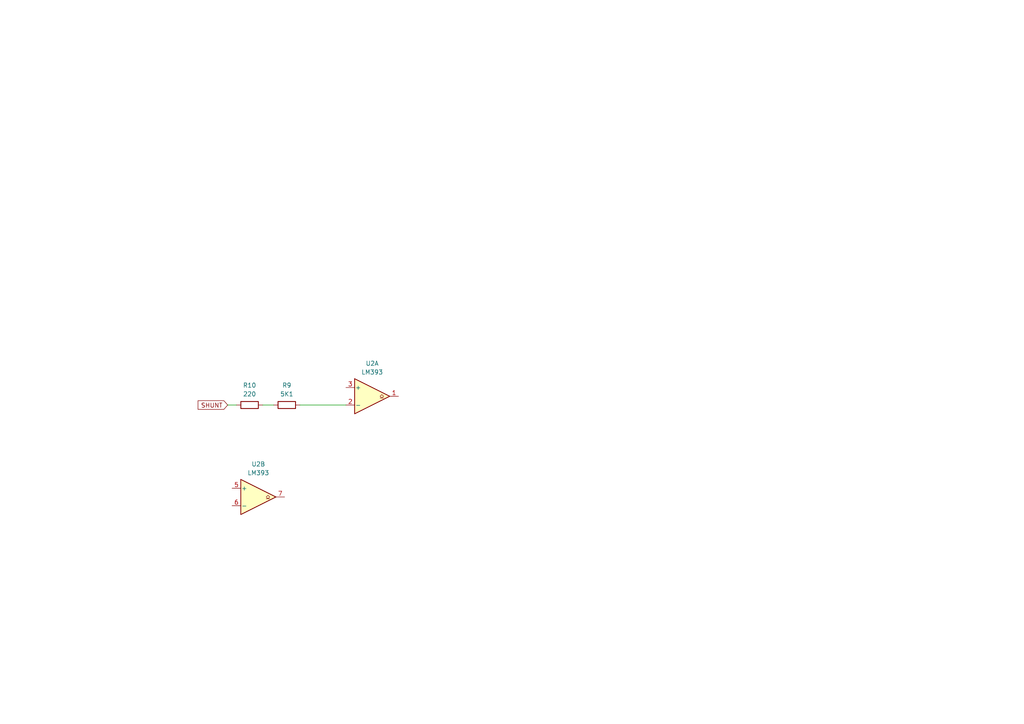
<source format=kicad_sch>
(kicad_sch (version 20250114) (generator "eeschema") (generator_version "9.0")
  (paper "A4")
  (lib_symbols
    (symbol "Comparator:LM393" (pin_names (offset 0.127))
      (property "Reference" "U" (at 3.81 3.81 0))
      (property "Value" "LM393" (at 6.35 -3.81 0))
      (symbol "LM393_1_1"
        (polyline (pts (xy -5.08 5.08) (xy 5.08 0) (xy -5.08 -5.08) (xy -5.08 5.08)) (stroke (width 0.254)) (fill (type background)))
        (polyline (pts (xy 3.302 -0.508) (xy 2.794 -0.508) (xy 3.302 0) (xy 2.794 0.508) (xy 2.286 0) (xy 2.794 -0.508) (xy 2.286 -0.508)) (stroke (width 0.127)))
        (pin input line (at -7.62 2.54 0) (length 2.54) (name "+") (number "3"))
        (pin input line (at -7.62 -2.54 0) (length 2.54) (name "-") (number "2"))
        (pin open_collector line (at 7.62 0 180) (length 2.54) (name "~") (number "1"))
      )
      (symbol "LM393_2_1"
        (polyline (pts (xy -5.08 5.08) (xy 5.08 0) (xy -5.08 -5.08) (xy -5.08 5.08)) (stroke (width 0.254)) (fill (type background)))
        (polyline (pts (xy 3.302 -0.508) (xy 2.794 -0.508) (xy 3.302 0) (xy 2.794 0.508) (xy 2.286 0) (xy 2.794 -0.508) (xy 2.286 -0.508)) (stroke (width 0.127)))
        (pin input line (at -7.62 2.54 0) (length 2.54) (name "+") (number "5"))
        (pin input line (at -7.62 -2.54 0) (length 2.54) (name "-") (number "6"))
        (pin open_collector line (at 7.62 0 180) (length 2.54) (name "~") (number "7"))
      )
      (symbol "LM393_3_1"
        (pin power_in line (at -2.54 7.62 270) (length 3.81) (name "V+") (number "8"))
        (pin power_in line (at -2.54 -7.62 90) (length 3.81) (name "V-") (number "4"))
      )
    )
    (symbol "Device:R" (pin_numbers (hide yes)) (pin_names (offset 0))
      (property "Reference" "R" (at 2.032 0 90))
      (property "Value" "R" (at 0 0 90))
      (symbol "R_0_1"
        (rectangle (start -1.016 -2.54) (end 1.016 2.54) (stroke (width 0.254)))
      )
      (symbol "R_1_1"
        (pin passive line (at 0 3.81 270) (length 1.27) (name "~") (number "1"))
        (pin passive line (at 0 -3.81 90) (length 1.27) (name "~") (number "2"))
      )
    )
  )
  (wire (pts (xy 68.58 117.475) (xy 66.04 117.475)))
  (wire (pts (xy 79.375 117.475) (xy 76.2 117.475)))
  (wire (pts (xy 86.995 117.475) (xy 100.33 117.475)))
  (global_label "SHUNT" (shape input) (at 66.04 117.475 180) (property "Intersheetrefs" "${INTERSHEET_REFS}" (effects (hide yes))))
  (symbol (lib_id "Device:R") (at 83.185 117.475 90) (unit 1)
    (property "Reference" "R9" (at 83.185 111.76 90))
    (property "Value" "5K1" (at 83.185 114.3 90))
    (property "Description" "Resistor" (effects (hide yes)))
  )
  (symbol (lib_id "Device:R") (at 72.39 117.475 90) (unit 1)
    (property "Reference" "R10" (at 72.39 111.76 90))
    (property "Value" "220" (at 72.39 114.3 90))
    (property "Description" "Resistor" (effects (hide yes)))
  )
  (symbol (lib_id "Comparator:LM393") (at 107.95 114.935 0) (unit 1)
    (property "Reference" "U2" (at 107.95 105.41 0))
    (property "Value" "LM393" (at 107.95 107.95 0))
    (property "Datasheet" "http://www.ti.com/lit/ds/symlink/lm393.pdf" (effects (hide yes)))
    (property "Description" "Low-Power, Low-Offset Voltage, Dual Comparators, DIP-8/SOIC-8/TO-99-8" (effects (hide yes)))
  )
  (symbol (lib_id "Comparator:LM393") (at 74.93 144.145 0) (unit 2)
    (property "Reference" "U2" (at 74.93 134.62 0))
    (property "Value" "LM393" (at 74.93 137.16 0))
    (property "Datasheet" "http://www.ti.com/lit/ds/symlink/lm393.pdf" (effects (hide yes)))
    (property "Description" "Low-Power, Low-Offset Voltage, Dual Comparators, DIP-8/SOIC-8/TO-99-8" (effects (hide yes)))
  )
)
</source>
